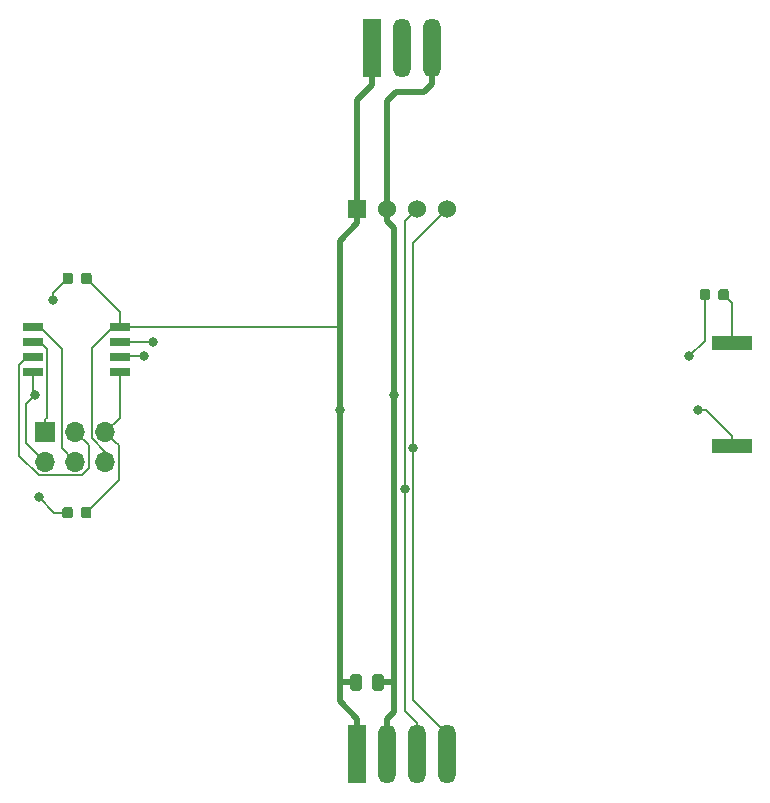
<source format=gtl>
G04 #@! TF.GenerationSoftware,KiCad,Pcbnew,(5.1.2-1)-1*
G04 #@! TF.CreationDate,2019-07-21T21:36:06+01:00*
G04 #@! TF.ProjectId,glowy_nfc_reader_module,676c6f77-795f-46e6-9663-5f7265616465,rev?*
G04 #@! TF.SameCoordinates,Original*
G04 #@! TF.FileFunction,Copper,L1,Top*
G04 #@! TF.FilePolarity,Positive*
%FSLAX46Y46*%
G04 Gerber Fmt 4.6, Leading zero omitted, Abs format (unit mm)*
G04 Created by KiCad (PCBNEW (5.1.2-1)-1) date 2019-07-21 21:36:06*
%MOMM*%
%LPD*%
G04 APERTURE LIST*
%ADD10O,1.500000X5.000000*%
%ADD11R,1.500000X5.000000*%
%ADD12R,1.524000X1.524000*%
%ADD13C,1.524000*%
%ADD14C,0.100000*%
%ADD15C,0.875000*%
%ADD16R,1.700000X0.650000*%
%ADD17R,3.400000X1.300000*%
%ADD18O,1.700000X1.700000*%
%ADD19R,1.700000X1.700000*%
%ADD20C,0.975000*%
%ADD21C,0.800000*%
%ADD22C,0.150000*%
%ADD23C,0.500000*%
%ADD24C,0.200000*%
G04 APERTURE END LIST*
D10*
X151115000Y-74600000D03*
X148575000Y-74600000D03*
D11*
X146035000Y-74600000D03*
D10*
X152365000Y-134380000D03*
X149825000Y-134380000D03*
X147285000Y-134380000D03*
D11*
X144745000Y-134380000D03*
D12*
X144755000Y-88170000D03*
D13*
X147295000Y-88170000D03*
X149835000Y-88170000D03*
X152375000Y-88170000D03*
D14*
G36*
X122035191Y-113436053D02*
G01*
X122056426Y-113439203D01*
X122077250Y-113444419D01*
X122097462Y-113451651D01*
X122116868Y-113460830D01*
X122135281Y-113471866D01*
X122152524Y-113484654D01*
X122168430Y-113499070D01*
X122182846Y-113514976D01*
X122195634Y-113532219D01*
X122206670Y-113550632D01*
X122215849Y-113570038D01*
X122223081Y-113590250D01*
X122228297Y-113611074D01*
X122231447Y-113632309D01*
X122232500Y-113653750D01*
X122232500Y-114166250D01*
X122231447Y-114187691D01*
X122228297Y-114208926D01*
X122223081Y-114229750D01*
X122215849Y-114249962D01*
X122206670Y-114269368D01*
X122195634Y-114287781D01*
X122182846Y-114305024D01*
X122168430Y-114320930D01*
X122152524Y-114335346D01*
X122135281Y-114348134D01*
X122116868Y-114359170D01*
X122097462Y-114368349D01*
X122077250Y-114375581D01*
X122056426Y-114380797D01*
X122035191Y-114383947D01*
X122013750Y-114385000D01*
X121576250Y-114385000D01*
X121554809Y-114383947D01*
X121533574Y-114380797D01*
X121512750Y-114375581D01*
X121492538Y-114368349D01*
X121473132Y-114359170D01*
X121454719Y-114348134D01*
X121437476Y-114335346D01*
X121421570Y-114320930D01*
X121407154Y-114305024D01*
X121394366Y-114287781D01*
X121383330Y-114269368D01*
X121374151Y-114249962D01*
X121366919Y-114229750D01*
X121361703Y-114208926D01*
X121358553Y-114187691D01*
X121357500Y-114166250D01*
X121357500Y-113653750D01*
X121358553Y-113632309D01*
X121361703Y-113611074D01*
X121366919Y-113590250D01*
X121374151Y-113570038D01*
X121383330Y-113550632D01*
X121394366Y-113532219D01*
X121407154Y-113514976D01*
X121421570Y-113499070D01*
X121437476Y-113484654D01*
X121454719Y-113471866D01*
X121473132Y-113460830D01*
X121492538Y-113451651D01*
X121512750Y-113444419D01*
X121533574Y-113439203D01*
X121554809Y-113436053D01*
X121576250Y-113435000D01*
X122013750Y-113435000D01*
X122035191Y-113436053D01*
X122035191Y-113436053D01*
G37*
D15*
X121795000Y-113910000D03*
D14*
G36*
X120460191Y-113436053D02*
G01*
X120481426Y-113439203D01*
X120502250Y-113444419D01*
X120522462Y-113451651D01*
X120541868Y-113460830D01*
X120560281Y-113471866D01*
X120577524Y-113484654D01*
X120593430Y-113499070D01*
X120607846Y-113514976D01*
X120620634Y-113532219D01*
X120631670Y-113550632D01*
X120640849Y-113570038D01*
X120648081Y-113590250D01*
X120653297Y-113611074D01*
X120656447Y-113632309D01*
X120657500Y-113653750D01*
X120657500Y-114166250D01*
X120656447Y-114187691D01*
X120653297Y-114208926D01*
X120648081Y-114229750D01*
X120640849Y-114249962D01*
X120631670Y-114269368D01*
X120620634Y-114287781D01*
X120607846Y-114305024D01*
X120593430Y-114320930D01*
X120577524Y-114335346D01*
X120560281Y-114348134D01*
X120541868Y-114359170D01*
X120522462Y-114368349D01*
X120502250Y-114375581D01*
X120481426Y-114380797D01*
X120460191Y-114383947D01*
X120438750Y-114385000D01*
X120001250Y-114385000D01*
X119979809Y-114383947D01*
X119958574Y-114380797D01*
X119937750Y-114375581D01*
X119917538Y-114368349D01*
X119898132Y-114359170D01*
X119879719Y-114348134D01*
X119862476Y-114335346D01*
X119846570Y-114320930D01*
X119832154Y-114305024D01*
X119819366Y-114287781D01*
X119808330Y-114269368D01*
X119799151Y-114249962D01*
X119791919Y-114229750D01*
X119786703Y-114208926D01*
X119783553Y-114187691D01*
X119782500Y-114166250D01*
X119782500Y-113653750D01*
X119783553Y-113632309D01*
X119786703Y-113611074D01*
X119791919Y-113590250D01*
X119799151Y-113570038D01*
X119808330Y-113550632D01*
X119819366Y-113532219D01*
X119832154Y-113514976D01*
X119846570Y-113499070D01*
X119862476Y-113484654D01*
X119879719Y-113471866D01*
X119898132Y-113460830D01*
X119917538Y-113451651D01*
X119937750Y-113444419D01*
X119958574Y-113439203D01*
X119979809Y-113436053D01*
X120001250Y-113435000D01*
X120438750Y-113435000D01*
X120460191Y-113436053D01*
X120460191Y-113436053D01*
G37*
D15*
X120220000Y-113910000D03*
D16*
X117325000Y-101980000D03*
X117325000Y-100710000D03*
X117325000Y-99440000D03*
X117325000Y-98170000D03*
X124625000Y-98170000D03*
X124625000Y-99440000D03*
X124625000Y-100710000D03*
X124625000Y-101980000D03*
D14*
G36*
X174425191Y-94976053D02*
G01*
X174446426Y-94979203D01*
X174467250Y-94984419D01*
X174487462Y-94991651D01*
X174506868Y-95000830D01*
X174525281Y-95011866D01*
X174542524Y-95024654D01*
X174558430Y-95039070D01*
X174572846Y-95054976D01*
X174585634Y-95072219D01*
X174596670Y-95090632D01*
X174605849Y-95110038D01*
X174613081Y-95130250D01*
X174618297Y-95151074D01*
X174621447Y-95172309D01*
X174622500Y-95193750D01*
X174622500Y-95706250D01*
X174621447Y-95727691D01*
X174618297Y-95748926D01*
X174613081Y-95769750D01*
X174605849Y-95789962D01*
X174596670Y-95809368D01*
X174585634Y-95827781D01*
X174572846Y-95845024D01*
X174558430Y-95860930D01*
X174542524Y-95875346D01*
X174525281Y-95888134D01*
X174506868Y-95899170D01*
X174487462Y-95908349D01*
X174467250Y-95915581D01*
X174446426Y-95920797D01*
X174425191Y-95923947D01*
X174403750Y-95925000D01*
X173966250Y-95925000D01*
X173944809Y-95923947D01*
X173923574Y-95920797D01*
X173902750Y-95915581D01*
X173882538Y-95908349D01*
X173863132Y-95899170D01*
X173844719Y-95888134D01*
X173827476Y-95875346D01*
X173811570Y-95860930D01*
X173797154Y-95845024D01*
X173784366Y-95827781D01*
X173773330Y-95809368D01*
X173764151Y-95789962D01*
X173756919Y-95769750D01*
X173751703Y-95748926D01*
X173748553Y-95727691D01*
X173747500Y-95706250D01*
X173747500Y-95193750D01*
X173748553Y-95172309D01*
X173751703Y-95151074D01*
X173756919Y-95130250D01*
X173764151Y-95110038D01*
X173773330Y-95090632D01*
X173784366Y-95072219D01*
X173797154Y-95054976D01*
X173811570Y-95039070D01*
X173827476Y-95024654D01*
X173844719Y-95011866D01*
X173863132Y-95000830D01*
X173882538Y-94991651D01*
X173902750Y-94984419D01*
X173923574Y-94979203D01*
X173944809Y-94976053D01*
X173966250Y-94975000D01*
X174403750Y-94975000D01*
X174425191Y-94976053D01*
X174425191Y-94976053D01*
G37*
D15*
X174185000Y-95450000D03*
D14*
G36*
X176000191Y-94976053D02*
G01*
X176021426Y-94979203D01*
X176042250Y-94984419D01*
X176062462Y-94991651D01*
X176081868Y-95000830D01*
X176100281Y-95011866D01*
X176117524Y-95024654D01*
X176133430Y-95039070D01*
X176147846Y-95054976D01*
X176160634Y-95072219D01*
X176171670Y-95090632D01*
X176180849Y-95110038D01*
X176188081Y-95130250D01*
X176193297Y-95151074D01*
X176196447Y-95172309D01*
X176197500Y-95193750D01*
X176197500Y-95706250D01*
X176196447Y-95727691D01*
X176193297Y-95748926D01*
X176188081Y-95769750D01*
X176180849Y-95789962D01*
X176171670Y-95809368D01*
X176160634Y-95827781D01*
X176147846Y-95845024D01*
X176133430Y-95860930D01*
X176117524Y-95875346D01*
X176100281Y-95888134D01*
X176081868Y-95899170D01*
X176062462Y-95908349D01*
X176042250Y-95915581D01*
X176021426Y-95920797D01*
X176000191Y-95923947D01*
X175978750Y-95925000D01*
X175541250Y-95925000D01*
X175519809Y-95923947D01*
X175498574Y-95920797D01*
X175477750Y-95915581D01*
X175457538Y-95908349D01*
X175438132Y-95899170D01*
X175419719Y-95888134D01*
X175402476Y-95875346D01*
X175386570Y-95860930D01*
X175372154Y-95845024D01*
X175359366Y-95827781D01*
X175348330Y-95809368D01*
X175339151Y-95789962D01*
X175331919Y-95769750D01*
X175326703Y-95748926D01*
X175323553Y-95727691D01*
X175322500Y-95706250D01*
X175322500Y-95193750D01*
X175323553Y-95172309D01*
X175326703Y-95151074D01*
X175331919Y-95130250D01*
X175339151Y-95110038D01*
X175348330Y-95090632D01*
X175359366Y-95072219D01*
X175372154Y-95054976D01*
X175386570Y-95039070D01*
X175402476Y-95024654D01*
X175419719Y-95011866D01*
X175438132Y-95000830D01*
X175457538Y-94991651D01*
X175477750Y-94984419D01*
X175498574Y-94979203D01*
X175519809Y-94976053D01*
X175541250Y-94975000D01*
X175978750Y-94975000D01*
X176000191Y-94976053D01*
X176000191Y-94976053D01*
G37*
D15*
X175760000Y-95450000D03*
D17*
X176485000Y-108260000D03*
X176485000Y-99560000D03*
D18*
X123425000Y-109620000D03*
X123425000Y-107080000D03*
X120885000Y-109620000D03*
X120885000Y-107080000D03*
X118345000Y-109620000D03*
D19*
X118345000Y-107080000D03*
D14*
G36*
X120482691Y-93606053D02*
G01*
X120503926Y-93609203D01*
X120524750Y-93614419D01*
X120544962Y-93621651D01*
X120564368Y-93630830D01*
X120582781Y-93641866D01*
X120600024Y-93654654D01*
X120615930Y-93669070D01*
X120630346Y-93684976D01*
X120643134Y-93702219D01*
X120654170Y-93720632D01*
X120663349Y-93740038D01*
X120670581Y-93760250D01*
X120675797Y-93781074D01*
X120678947Y-93802309D01*
X120680000Y-93823750D01*
X120680000Y-94336250D01*
X120678947Y-94357691D01*
X120675797Y-94378926D01*
X120670581Y-94399750D01*
X120663349Y-94419962D01*
X120654170Y-94439368D01*
X120643134Y-94457781D01*
X120630346Y-94475024D01*
X120615930Y-94490930D01*
X120600024Y-94505346D01*
X120582781Y-94518134D01*
X120564368Y-94529170D01*
X120544962Y-94538349D01*
X120524750Y-94545581D01*
X120503926Y-94550797D01*
X120482691Y-94553947D01*
X120461250Y-94555000D01*
X120023750Y-94555000D01*
X120002309Y-94553947D01*
X119981074Y-94550797D01*
X119960250Y-94545581D01*
X119940038Y-94538349D01*
X119920632Y-94529170D01*
X119902219Y-94518134D01*
X119884976Y-94505346D01*
X119869070Y-94490930D01*
X119854654Y-94475024D01*
X119841866Y-94457781D01*
X119830830Y-94439368D01*
X119821651Y-94419962D01*
X119814419Y-94399750D01*
X119809203Y-94378926D01*
X119806053Y-94357691D01*
X119805000Y-94336250D01*
X119805000Y-93823750D01*
X119806053Y-93802309D01*
X119809203Y-93781074D01*
X119814419Y-93760250D01*
X119821651Y-93740038D01*
X119830830Y-93720632D01*
X119841866Y-93702219D01*
X119854654Y-93684976D01*
X119869070Y-93669070D01*
X119884976Y-93654654D01*
X119902219Y-93641866D01*
X119920632Y-93630830D01*
X119940038Y-93621651D01*
X119960250Y-93614419D01*
X119981074Y-93609203D01*
X120002309Y-93606053D01*
X120023750Y-93605000D01*
X120461250Y-93605000D01*
X120482691Y-93606053D01*
X120482691Y-93606053D01*
G37*
D15*
X120242500Y-94080000D03*
D14*
G36*
X122057691Y-93606053D02*
G01*
X122078926Y-93609203D01*
X122099750Y-93614419D01*
X122119962Y-93621651D01*
X122139368Y-93630830D01*
X122157781Y-93641866D01*
X122175024Y-93654654D01*
X122190930Y-93669070D01*
X122205346Y-93684976D01*
X122218134Y-93702219D01*
X122229170Y-93720632D01*
X122238349Y-93740038D01*
X122245581Y-93760250D01*
X122250797Y-93781074D01*
X122253947Y-93802309D01*
X122255000Y-93823750D01*
X122255000Y-94336250D01*
X122253947Y-94357691D01*
X122250797Y-94378926D01*
X122245581Y-94399750D01*
X122238349Y-94419962D01*
X122229170Y-94439368D01*
X122218134Y-94457781D01*
X122205346Y-94475024D01*
X122190930Y-94490930D01*
X122175024Y-94505346D01*
X122157781Y-94518134D01*
X122139368Y-94529170D01*
X122119962Y-94538349D01*
X122099750Y-94545581D01*
X122078926Y-94550797D01*
X122057691Y-94553947D01*
X122036250Y-94555000D01*
X121598750Y-94555000D01*
X121577309Y-94553947D01*
X121556074Y-94550797D01*
X121535250Y-94545581D01*
X121515038Y-94538349D01*
X121495632Y-94529170D01*
X121477219Y-94518134D01*
X121459976Y-94505346D01*
X121444070Y-94490930D01*
X121429654Y-94475024D01*
X121416866Y-94457781D01*
X121405830Y-94439368D01*
X121396651Y-94419962D01*
X121389419Y-94399750D01*
X121384203Y-94378926D01*
X121381053Y-94357691D01*
X121380000Y-94336250D01*
X121380000Y-93823750D01*
X121381053Y-93802309D01*
X121384203Y-93781074D01*
X121389419Y-93760250D01*
X121396651Y-93740038D01*
X121405830Y-93720632D01*
X121416866Y-93702219D01*
X121429654Y-93684976D01*
X121444070Y-93669070D01*
X121459976Y-93654654D01*
X121477219Y-93641866D01*
X121495632Y-93630830D01*
X121515038Y-93621651D01*
X121535250Y-93614419D01*
X121556074Y-93609203D01*
X121577309Y-93606053D01*
X121598750Y-93605000D01*
X122036250Y-93605000D01*
X122057691Y-93606053D01*
X122057691Y-93606053D01*
G37*
D15*
X121817500Y-94080000D03*
D14*
G36*
X144897642Y-127591174D02*
G01*
X144921303Y-127594684D01*
X144944507Y-127600496D01*
X144967029Y-127608554D01*
X144988653Y-127618782D01*
X145009170Y-127631079D01*
X145028383Y-127645329D01*
X145046107Y-127661393D01*
X145062171Y-127679117D01*
X145076421Y-127698330D01*
X145088718Y-127718847D01*
X145098946Y-127740471D01*
X145107004Y-127762993D01*
X145112816Y-127786197D01*
X145116326Y-127809858D01*
X145117500Y-127833750D01*
X145117500Y-128746250D01*
X145116326Y-128770142D01*
X145112816Y-128793803D01*
X145107004Y-128817007D01*
X145098946Y-128839529D01*
X145088718Y-128861153D01*
X145076421Y-128881670D01*
X145062171Y-128900883D01*
X145046107Y-128918607D01*
X145028383Y-128934671D01*
X145009170Y-128948921D01*
X144988653Y-128961218D01*
X144967029Y-128971446D01*
X144944507Y-128979504D01*
X144921303Y-128985316D01*
X144897642Y-128988826D01*
X144873750Y-128990000D01*
X144386250Y-128990000D01*
X144362358Y-128988826D01*
X144338697Y-128985316D01*
X144315493Y-128979504D01*
X144292971Y-128971446D01*
X144271347Y-128961218D01*
X144250830Y-128948921D01*
X144231617Y-128934671D01*
X144213893Y-128918607D01*
X144197829Y-128900883D01*
X144183579Y-128881670D01*
X144171282Y-128861153D01*
X144161054Y-128839529D01*
X144152996Y-128817007D01*
X144147184Y-128793803D01*
X144143674Y-128770142D01*
X144142500Y-128746250D01*
X144142500Y-127833750D01*
X144143674Y-127809858D01*
X144147184Y-127786197D01*
X144152996Y-127762993D01*
X144161054Y-127740471D01*
X144171282Y-127718847D01*
X144183579Y-127698330D01*
X144197829Y-127679117D01*
X144213893Y-127661393D01*
X144231617Y-127645329D01*
X144250830Y-127631079D01*
X144271347Y-127618782D01*
X144292971Y-127608554D01*
X144315493Y-127600496D01*
X144338697Y-127594684D01*
X144362358Y-127591174D01*
X144386250Y-127590000D01*
X144873750Y-127590000D01*
X144897642Y-127591174D01*
X144897642Y-127591174D01*
G37*
D20*
X144630000Y-128290000D03*
D14*
G36*
X146772642Y-127591174D02*
G01*
X146796303Y-127594684D01*
X146819507Y-127600496D01*
X146842029Y-127608554D01*
X146863653Y-127618782D01*
X146884170Y-127631079D01*
X146903383Y-127645329D01*
X146921107Y-127661393D01*
X146937171Y-127679117D01*
X146951421Y-127698330D01*
X146963718Y-127718847D01*
X146973946Y-127740471D01*
X146982004Y-127762993D01*
X146987816Y-127786197D01*
X146991326Y-127809858D01*
X146992500Y-127833750D01*
X146992500Y-128746250D01*
X146991326Y-128770142D01*
X146987816Y-128793803D01*
X146982004Y-128817007D01*
X146973946Y-128839529D01*
X146963718Y-128861153D01*
X146951421Y-128881670D01*
X146937171Y-128900883D01*
X146921107Y-128918607D01*
X146903383Y-128934671D01*
X146884170Y-128948921D01*
X146863653Y-128961218D01*
X146842029Y-128971446D01*
X146819507Y-128979504D01*
X146796303Y-128985316D01*
X146772642Y-128988826D01*
X146748750Y-128990000D01*
X146261250Y-128990000D01*
X146237358Y-128988826D01*
X146213697Y-128985316D01*
X146190493Y-128979504D01*
X146167971Y-128971446D01*
X146146347Y-128961218D01*
X146125830Y-128948921D01*
X146106617Y-128934671D01*
X146088893Y-128918607D01*
X146072829Y-128900883D01*
X146058579Y-128881670D01*
X146046282Y-128861153D01*
X146036054Y-128839529D01*
X146027996Y-128817007D01*
X146022184Y-128793803D01*
X146018674Y-128770142D01*
X146017500Y-128746250D01*
X146017500Y-127833750D01*
X146018674Y-127809858D01*
X146022184Y-127786197D01*
X146027996Y-127762993D01*
X146036054Y-127740471D01*
X146046282Y-127718847D01*
X146058579Y-127698330D01*
X146072829Y-127679117D01*
X146088893Y-127661393D01*
X146106617Y-127645329D01*
X146125830Y-127631079D01*
X146146347Y-127618782D01*
X146167971Y-127608554D01*
X146190493Y-127600496D01*
X146213697Y-127594684D01*
X146237358Y-127591174D01*
X146261250Y-127590000D01*
X146748750Y-127590000D01*
X146772642Y-127591174D01*
X146772642Y-127591174D01*
G37*
D20*
X146505000Y-128290000D03*
D21*
X173635000Y-105220000D03*
X143255000Y-105220000D03*
X117455000Y-103990000D03*
X119005000Y-95940000D03*
X117795000Y-112610000D03*
X147835000Y-103990000D03*
X127460000Y-99430000D03*
X148790000Y-111920000D03*
X149490000Y-108470000D03*
X172875000Y-100670000D03*
X126670000Y-100670000D03*
D22*
X124100000Y-98170000D02*
X124625000Y-98170000D01*
X123425000Y-109620000D02*
X123425000Y-108782002D01*
X122274999Y-99995001D02*
X124100000Y-98170000D01*
X123425000Y-108782002D02*
X122274999Y-107632001D01*
X122274999Y-107632001D02*
X122274999Y-99995001D01*
X174245000Y-105220000D02*
X173635000Y-105220000D01*
X176485000Y-107460000D02*
X174245000Y-105220000D01*
X176485000Y-108260000D02*
X176485000Y-107460000D01*
D23*
X144755000Y-89432000D02*
X144755000Y-88170000D01*
X143255000Y-90932000D02*
X144755000Y-89432000D01*
X144745000Y-131380000D02*
X143255000Y-129890000D01*
X144745000Y-134380000D02*
X144745000Y-131380000D01*
X144630000Y-128290000D02*
X143275000Y-128290000D01*
X143275000Y-128290000D02*
X143255000Y-128310000D01*
X143255000Y-129890000D02*
X143255000Y-128310000D01*
X143255000Y-98170000D02*
X143255000Y-90932000D01*
X143255000Y-105220000D02*
X143255000Y-98170000D01*
X143255000Y-128310000D02*
X143255000Y-105220000D01*
X146035000Y-74620000D02*
X146035000Y-74600000D01*
D22*
X124625000Y-96887500D02*
X121817500Y-94080000D01*
X124625000Y-98170000D02*
X124625000Y-96887500D01*
D23*
X146035000Y-77725000D02*
X144755000Y-79005000D01*
X144755000Y-79005000D02*
X144755000Y-88170000D01*
X146035000Y-74600000D02*
X146035000Y-77725000D01*
D22*
X124625000Y-98170000D02*
X143255000Y-98170000D01*
D24*
X117325000Y-103860000D02*
X117455000Y-103990000D01*
D22*
X117325000Y-101980000D02*
X117325000Y-103860000D01*
X120242500Y-94080000D02*
X119005000Y-95317500D01*
X119005000Y-95317500D02*
X119005000Y-95940000D01*
X119095000Y-113910000D02*
X117795000Y-112610000D01*
X120220000Y-113910000D02*
X119095000Y-113910000D01*
D23*
X147295000Y-89247630D02*
X147295000Y-88170000D01*
X147835000Y-89787630D02*
X147295000Y-89247630D01*
X147285000Y-131380000D02*
X147835000Y-130830000D01*
X147285000Y-134380000D02*
X147285000Y-131380000D01*
X146505000Y-128290000D02*
X147705000Y-128290000D01*
X147705000Y-128290000D02*
X147835000Y-128160000D01*
X147835000Y-130830000D02*
X147835000Y-128160000D01*
X147835000Y-103990000D02*
X147835000Y-89787630D01*
X147835000Y-128160000D02*
X147835000Y-103990000D01*
D24*
X117325000Y-102505000D02*
X117325000Y-101980000D01*
D22*
X118345000Y-109620000D02*
X116710000Y-107985000D01*
X116710000Y-104735000D02*
X116710000Y-107985000D01*
X117455000Y-103990000D02*
X116710000Y-104735000D01*
D23*
X150375000Y-78340000D02*
X151115000Y-77600000D01*
X147295000Y-79045000D02*
X148000000Y-78340000D01*
X151115000Y-77600000D02*
X151115000Y-74600000D01*
X148000000Y-78340000D02*
X150375000Y-78340000D01*
X147295000Y-88170000D02*
X147295000Y-79045000D01*
D22*
X124635000Y-99430000D02*
X124625000Y-99440000D01*
X127460000Y-99430000D02*
X124635000Y-99430000D01*
X124625000Y-105880000D02*
X124625000Y-101980000D01*
X123425000Y-107080000D02*
X124625000Y-105880000D01*
X124274999Y-107929999D02*
X123425000Y-107080000D01*
X124575001Y-111129999D02*
X124575001Y-108230001D01*
X124575001Y-108230001D02*
X124274999Y-107929999D01*
X121795000Y-113910000D02*
X124575001Y-111129999D01*
X117850000Y-98170000D02*
X117325000Y-98170000D01*
X120885000Y-109620000D02*
X119734999Y-108469999D01*
X119734999Y-100054999D02*
X117850000Y-98170000D01*
X119734999Y-108469999D02*
X119734999Y-100054999D01*
X149825000Y-131730000D02*
X149825000Y-134380000D01*
X148790000Y-130695000D02*
X149825000Y-131730000D01*
X149835000Y-88170000D02*
X148790000Y-89215000D01*
X148790000Y-111920000D02*
X148790000Y-130695000D01*
X148790000Y-89215000D02*
X148790000Y-111920000D01*
X116130000Y-101380000D02*
X116800000Y-100710000D01*
X116130000Y-109107002D02*
X116130000Y-101380000D01*
X117792999Y-110770001D02*
X116130000Y-109107002D01*
X116800000Y-100710000D02*
X117325000Y-100710000D01*
X122035001Y-110172001D02*
X121437001Y-110770001D01*
X122035001Y-108230001D02*
X122035001Y-110172001D01*
X121437001Y-110770001D02*
X117792999Y-110770001D01*
X120885000Y-107080000D02*
X122035001Y-108230001D01*
X152365000Y-132630000D02*
X152365000Y-134380000D01*
X149490000Y-129755000D02*
X152365000Y-132630000D01*
X152375000Y-88170000D02*
X149490000Y-91055000D01*
X149490000Y-108470000D02*
X149490000Y-129755000D01*
X149490000Y-91055000D02*
X149490000Y-108470000D01*
X117850000Y-99440000D02*
X117325000Y-99440000D01*
X118345000Y-107080000D02*
X118345000Y-106030000D01*
X118345000Y-106030000D02*
X118475001Y-105899999D01*
X118475001Y-105899999D02*
X118475001Y-100065001D01*
X118475001Y-100065001D02*
X117850000Y-99440000D01*
D24*
X176485000Y-96175000D02*
X175760000Y-95450000D01*
X176485000Y-99560000D02*
X176485000Y-96175000D01*
D22*
X174185000Y-99360000D02*
X172875000Y-100670000D01*
X174185000Y-95450000D02*
X174185000Y-99360000D01*
X124665000Y-100670000D02*
X124625000Y-100710000D01*
X126670000Y-100670000D02*
X124665000Y-100670000D01*
M02*

</source>
